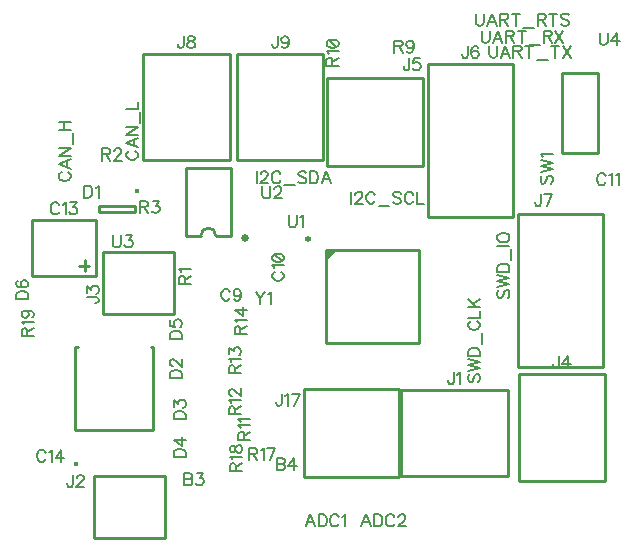
<source format=gbr>
G04 DipTrace 3.2.0.0*
G04 gimbalboard2_TopSilk.gbr*
%MOMM*%
G04 #@! TF.FileFunction,Legend,Top*
G04 #@! TF.Part,Single*
%ADD10C,0.25*%
%ADD25O,0.39127X0.39157*%
%ADD35O,0.52705X0.52578*%
%ADD38C,0.63525*%
%ADD40C,0.39142*%
%ADD94C,0.15*%
%FSLAX35Y35*%
G04*
G71*
G90*
G75*
G01*
G04 TopSilk*
%LPD*%
X-5263250Y240000D2*
D10*
X-5803250D1*
Y-235000D1*
X-5263250D1*
Y240000D1*
X-5318276Y-150023D2*
X-5408294D1*
X-5358290Y-100005D2*
Y-195005D1*
D25*
X-4910644Y488619D3*
X-4934014Y361262D2*
D10*
X-5234000D1*
Y311238D1*
X-4934014D1*
Y361262D1*
X-1777000Y-1929000D2*
X-2682000D1*
Y-1199000D1*
X-1777000D1*
Y-1929000D1*
X-5280015Y-1925750D2*
X-4680000D1*
Y-2455774D1*
X-5280015D1*
Y-1925750D1*
X-4599985Y-560250D2*
X-5200000D1*
Y-30226D1*
X-4599985D1*
Y-560250D1*
X-950500Y-1061500D2*
X-1680500D1*
Y-1966500D1*
X-950500D1*
Y-1061500D1*
X-2496750Y696000D2*
X-3306750D1*
Y1446000D1*
X-2496750D1*
Y696000D1*
X-1727500Y1563500D2*
X-2452500D1*
Y263500D1*
X-1727500D1*
Y1563500D1*
X-965500Y293500D2*
X-1690500D1*
Y-1006500D1*
X-965500D1*
Y293500D1*
X-4859750Y744000D2*
X-4129750D1*
Y1649000D1*
X-4859750D1*
Y744000D1*
X-4066000D2*
X-3336000D1*
Y1649000D1*
X-4066000D1*
Y744000D1*
X-2692500Y-1938750D2*
X-3502500D1*
Y-1188750D1*
X-2692500D1*
Y-1938750D1*
X-3312470Y-11780D2*
X-2522530D1*
Y-801720D1*
X-3312470D1*
Y-11780D1*
G36*
D2*
Y-103855D1*
X-3220395Y-11780D1*
X-3312470D1*
G37*
D35*
X-3470521Y80422D3*
X-4500685Y106983D2*
D10*
Y678498D1*
X-4119682D1*
Y106983D1*
X-4246659D1*
X-4500685D2*
X-4373708D1*
X-4246659D2*
G03X-4373708Y106983I-63525J-9D01*
G01*
D38*
X-4003438Y84486D3*
X-5436012Y-1534448D2*
D10*
X-4776013D1*
X-5436012Y-834451D2*
Y-1534448D1*
Y-834451D2*
X-5416035D1*
X-4776013D2*
Y-1534448D1*
Y-834451D2*
X-4795991D1*
D40*
X-5433642Y-1826411D3*
X-1314250Y803500D2*
D10*
X-1015250D1*
Y1484500D1*
X-1314250D1*
Y803500D1*
X-3406617Y-2355142D2*
D94*
X-3445588Y-2253054D1*
X-3484446Y-2355142D1*
X-3469846Y-2321112D2*
X-3421217D1*
X-3376617Y-2253054D2*
Y-2355142D1*
X-3342588D1*
X-3327988Y-2350200D1*
X-3318217Y-2340542D1*
X-3313388Y-2330771D1*
X-3308559Y-2316283D1*
Y-2291912D1*
X-3313388Y-2277312D1*
X-3318217Y-2267654D1*
X-3327988Y-2257883D1*
X-3342588Y-2253054D1*
X-3376617D1*
X-3205671Y-2277312D2*
X-3210500Y-2267654D1*
X-3220271Y-2257883D1*
X-3229929Y-2253054D1*
X-3249359D1*
X-3259129Y-2257883D1*
X-3268788Y-2267654D1*
X-3273729Y-2277312D1*
X-3278559Y-2291912D1*
Y-2316283D1*
X-3273729Y-2330771D1*
X-3268788Y-2340542D1*
X-3259129Y-2350200D1*
X-3249359Y-2355142D1*
X-3229929D1*
X-3220271Y-2350200D1*
X-3210500Y-2340542D1*
X-3205671Y-2330771D1*
X-3175671Y-2272595D2*
X-3165900Y-2267654D1*
X-3151300Y-2253166D1*
Y-2355142D1*
X-2936338D2*
X-2975308Y-2253054D1*
X-3014167Y-2355142D1*
X-2999567Y-2321112D2*
X-2950938D1*
X-2906338Y-2253054D2*
Y-2355142D1*
X-2872308D1*
X-2857708Y-2350200D1*
X-2847938Y-2340542D1*
X-2843108Y-2330771D1*
X-2838279Y-2316283D1*
Y-2291912D1*
X-2843108Y-2277312D1*
X-2847938Y-2267654D1*
X-2857708Y-2257883D1*
X-2872308Y-2253054D1*
X-2906338D1*
X-2735392Y-2277312D2*
X-2740221Y-2267654D1*
X-2749992Y-2257883D1*
X-2759650Y-2253054D1*
X-2779079D1*
X-2788850Y-2257883D1*
X-2798508Y-2267654D1*
X-2803450Y-2277312D1*
X-2808279Y-2291912D1*
Y-2316283D1*
X-2803450Y-2330771D1*
X-2798508Y-2340542D1*
X-2788850Y-2350200D1*
X-2779079Y-2355142D1*
X-2759650D1*
X-2749992Y-2350200D1*
X-2740221Y-2340542D1*
X-2735392Y-2330771D1*
X-2700450Y-2277425D2*
Y-2272595D1*
X-2695621Y-2262825D1*
X-2690792Y-2257995D1*
X-2681021Y-2253166D1*
X-2661592D1*
X-2651933Y-2257995D1*
X-2647104Y-2262825D1*
X-2642162Y-2272595D1*
Y-2282254D1*
X-2647104Y-2292025D1*
X-2656762Y-2306512D1*
X-2705392Y-2355142D1*
X-2637333D1*
X-4515935Y-1903804D2*
Y-2005892D1*
X-4472135D1*
X-4457535Y-2000950D1*
X-4452706Y-1996121D1*
X-4447877Y-1986462D1*
Y-1971862D1*
X-4452706Y-1962092D1*
X-4457535Y-1957262D1*
X-4472135Y-1952433D1*
X-4457535Y-1947492D1*
X-4452706Y-1942662D1*
X-4447877Y-1933004D1*
Y-1923233D1*
X-4452706Y-1913575D1*
X-4457535Y-1908633D1*
X-4472135Y-1903804D1*
X-4515935D1*
Y-1952433D2*
X-4472135D1*
X-4408106Y-1903916D2*
X-4354760D1*
X-4383847Y-1942775D1*
X-4369247D1*
X-4359589Y-1947604D1*
X-4354760Y-1952433D1*
X-4349818Y-1967033D1*
Y-1976692D1*
X-4354760Y-1991292D1*
X-4364418Y-2001062D1*
X-4379018Y-2005892D1*
X-4393618D1*
X-4408106Y-2001062D1*
X-4412935Y-1996121D1*
X-4417877Y-1986462D1*
X-3732973Y-1776804D2*
Y-1878892D1*
X-3689173D1*
X-3674573Y-1873950D1*
X-3669744Y-1869121D1*
X-3664915Y-1859462D1*
Y-1844862D1*
X-3669744Y-1835092D1*
X-3674573Y-1830262D1*
X-3689173Y-1825433D1*
X-3674573Y-1820492D1*
X-3669744Y-1815662D1*
X-3664915Y-1806004D1*
Y-1796233D1*
X-3669744Y-1786575D1*
X-3674573Y-1781633D1*
X-3689173Y-1776804D1*
X-3732973D1*
Y-1825433D2*
X-3689173D1*
X-3586285Y-1878892D2*
Y-1776916D1*
X-3634915Y-1844862D1*
X-3562027D1*
X-4126547Y-367939D2*
X-4131377Y-358281D1*
X-4141147Y-348510D1*
X-4150806Y-343681D1*
X-4170235D1*
X-4180006Y-348510D1*
X-4189664Y-358281D1*
X-4194606Y-367939D1*
X-4199435Y-382539D1*
Y-406910D1*
X-4194606Y-421397D1*
X-4189664Y-431168D1*
X-4180006Y-440827D1*
X-4170235Y-445768D1*
X-4150806D1*
X-4141147Y-440827D1*
X-4131377Y-431168D1*
X-4126547Y-421397D1*
X-4033318Y-377710D2*
X-4038260Y-392310D1*
X-4047918Y-402081D1*
X-4062518Y-406910D1*
X-4067347D1*
X-4081947Y-402081D1*
X-4091606Y-392310D1*
X-4096547Y-377710D1*
Y-372881D1*
X-4091606Y-358281D1*
X-4081947Y-348622D1*
X-4067347Y-343793D1*
X-4062518D1*
X-4047918Y-348622D1*
X-4038260Y-358281D1*
X-4033318Y-377710D1*
Y-402081D1*
X-4038260Y-426339D1*
X-4047918Y-440939D1*
X-4062518Y-445768D1*
X-4072177D1*
X-4086777Y-440939D1*
X-4091606Y-431168D1*
X-3746938Y-200021D2*
X-3756596Y-204850D1*
X-3766367Y-214620D1*
X-3771196Y-224279D1*
Y-243708D1*
X-3766367Y-253479D1*
X-3756596Y-263137D1*
X-3746938Y-268079D1*
X-3732338Y-272908D1*
X-3707967D1*
X-3693479Y-268079D1*
X-3683708Y-263137D1*
X-3674050Y-253479D1*
X-3669108Y-243708D1*
Y-224279D1*
X-3674050Y-214621D1*
X-3683708Y-204850D1*
X-3693479Y-200021D1*
X-3751654Y-170021D2*
X-3756596Y-160250D1*
X-3771084Y-145650D1*
X-3669108D1*
X-3771084Y-86450D2*
X-3766254Y-101050D1*
X-3751654Y-110821D1*
X-3727396Y-115650D1*
X-3712796D1*
X-3688538Y-110821D1*
X-3673938Y-101050D1*
X-3669108Y-86450D1*
Y-76792D1*
X-3673938Y-62192D1*
X-3688538Y-52533D1*
X-3712796Y-47591D1*
X-3727396D1*
X-3751654Y-52533D1*
X-3766254Y-62191D1*
X-3771084Y-76791D1*
Y-86450D1*
X-3751654Y-52533D2*
X-3688538Y-110821D1*
X-945054Y612311D2*
X-949883Y621969D1*
X-959654Y631740D1*
X-969312Y636569D1*
X-988741D1*
X-998512Y631740D1*
X-1008171Y621969D1*
X-1013112Y612311D1*
X-1017941Y597711D1*
Y573340D1*
X-1013112Y558853D1*
X-1008171Y549082D1*
X-998512Y539423D1*
X-988741Y534482D1*
X-969312D1*
X-959654Y539423D1*
X-949883Y549082D1*
X-945054Y558853D1*
X-915054Y617028D2*
X-905283Y621969D1*
X-890683Y636457D1*
Y534482D1*
X-860683Y617028D2*
X-850912Y621969D1*
X-836312Y636457D1*
Y534482D1*
X-5573021Y364188D2*
X-5577850Y373846D1*
X-5587621Y383617D1*
X-5597279Y388446D1*
X-5616708D1*
X-5626479Y383617D1*
X-5636138Y373846D1*
X-5641079Y364188D1*
X-5645908Y349588D1*
Y325217D1*
X-5641079Y310729D1*
X-5636138Y300958D1*
X-5626479Y291300D1*
X-5616708Y286358D1*
X-5597279D1*
X-5587621Y291300D1*
X-5577850Y300958D1*
X-5573021Y310729D1*
X-5543021Y368905D2*
X-5533250Y373846D1*
X-5518650Y388334D1*
Y286358D1*
X-5478879Y388334D2*
X-5425533D1*
X-5454621Y349475D1*
X-5440021D1*
X-5430362Y344646D1*
X-5425533Y339817D1*
X-5420592Y325217D1*
Y315558D1*
X-5425533Y300958D1*
X-5435192Y291188D1*
X-5449792Y286358D1*
X-5464392D1*
X-5478879Y291188D1*
X-5483708Y296129D1*
X-5488650Y305788D1*
X-5688062Y-1730812D2*
X-5692891Y-1721154D1*
X-5702662Y-1711383D1*
X-5712321Y-1706554D1*
X-5731750D1*
X-5741521Y-1711383D1*
X-5751179Y-1721154D1*
X-5756121Y-1730812D1*
X-5760950Y-1745412D1*
Y-1769783D1*
X-5756121Y-1784271D1*
X-5751179Y-1794042D1*
X-5741521Y-1803700D1*
X-5731750Y-1808642D1*
X-5712321D1*
X-5702662Y-1803700D1*
X-5692891Y-1794042D1*
X-5688062Y-1784271D1*
X-5658062Y-1726095D2*
X-5648291Y-1721154D1*
X-5633691Y-1706666D1*
Y-1808642D1*
X-5555062D2*
Y-1706666D1*
X-5603691Y-1774612D1*
X-5530804D1*
X-5553438Y644439D2*
X-5563096Y639610D1*
X-5572867Y629839D1*
X-5577696Y620181D1*
Y600752D1*
X-5572867Y590981D1*
X-5563096Y581322D1*
X-5553438Y576381D1*
X-5538838Y571552D1*
X-5514467D1*
X-5499979Y576381D1*
X-5490208Y581322D1*
X-5480550Y590981D1*
X-5475608Y600751D1*
Y620181D1*
X-5480550Y629839D1*
X-5490208Y639610D1*
X-5499979Y644439D1*
X-5475608Y752268D2*
X-5577696Y713298D1*
X-5475608Y674439D1*
X-5509638Y689039D2*
Y737668D1*
X-5577696Y850327D2*
X-5475608D1*
X-5577696Y782268D1*
X-5475608D1*
X-5458762Y880327D2*
Y972644D1*
X-5577696Y1002644D2*
X-5475608D1*
X-5577696Y1070702D2*
X-5475608D1*
X-5529067Y1002644D2*
Y1070702D1*
X-4981938Y823948D2*
X-4991596Y819119D1*
X-5001367Y809348D1*
X-5006196Y799690D1*
Y780260D1*
X-5001367Y770490D1*
X-4991596Y760831D1*
X-4981938Y755890D1*
X-4967338Y751060D1*
X-4942967D1*
X-4928479Y755890D1*
X-4918708Y760831D1*
X-4909050Y770490D1*
X-4904108Y780260D1*
Y799689D1*
X-4909050Y809348D1*
X-4918708Y819119D1*
X-4928479Y823948D1*
X-4904108Y931777D2*
X-5006196Y892806D1*
X-4904108Y853948D1*
X-4938138Y868548D2*
Y917177D1*
X-5006196Y1029835D2*
X-4904108D1*
X-5006196Y961777D1*
X-4904108D1*
X-4887262Y1059835D2*
Y1152152D1*
X-5006196Y1182152D2*
X-4904108D1*
Y1240440D1*
X-5361878Y530196D2*
Y428108D1*
X-5327849D1*
X-5313249Y433050D1*
X-5303478Y442708D1*
X-5298649Y452479D1*
X-5293819Y466967D1*
Y491338D1*
X-5298649Y505938D1*
X-5303478Y515596D1*
X-5313249Y525367D1*
X-5327849Y530196D1*
X-5361878D1*
X-5263819Y510655D2*
X-5254049Y515596D1*
X-5239449Y530084D1*
Y428108D1*
X-4636696Y-1099308D2*
X-4534608D1*
Y-1065279D1*
X-4539550Y-1050679D1*
X-4549208Y-1040908D1*
X-4558979Y-1036079D1*
X-4573467Y-1031250D1*
X-4597838D1*
X-4612438Y-1036079D1*
X-4622096Y-1040908D1*
X-4631867Y-1050679D1*
X-4636696Y-1065279D1*
Y-1099308D1*
X-4612325Y-996308D2*
X-4617154D1*
X-4626925Y-991479D1*
X-4631754Y-986650D1*
X-4636584Y-976879D1*
Y-957450D1*
X-4631754Y-947791D1*
X-4626925Y-942962D1*
X-4617154Y-938021D1*
X-4607496D1*
X-4597725Y-942962D1*
X-4583238Y-952621D1*
X-4534608Y-1001250D1*
Y-933192D1*
X-4604946Y-1448558D2*
X-4502858D1*
Y-1414529D1*
X-4507800Y-1399929D1*
X-4517458Y-1390158D1*
X-4527229Y-1385329D1*
X-4541717Y-1380500D1*
X-4566088D1*
X-4580688Y-1385329D1*
X-4590346Y-1390158D1*
X-4600117Y-1399929D1*
X-4604946Y-1414529D1*
Y-1448558D1*
X-4604834Y-1340729D2*
Y-1287383D1*
X-4565975Y-1316471D1*
Y-1301871D1*
X-4561146Y-1292212D1*
X-4556317Y-1287383D1*
X-4541717Y-1282441D1*
X-4532058D1*
X-4517458Y-1287383D1*
X-4507688Y-1297042D1*
X-4502858Y-1311642D1*
Y-1326242D1*
X-4507688Y-1340729D1*
X-4512629Y-1345558D1*
X-4522288Y-1350500D1*
X-4604946Y-1768473D2*
X-4502858D1*
Y-1734444D1*
X-4507800Y-1719844D1*
X-4517458Y-1710073D1*
X-4527229Y-1705244D1*
X-4541717Y-1700414D1*
X-4566088D1*
X-4580688Y-1705244D1*
X-4590346Y-1710073D1*
X-4600117Y-1719844D1*
X-4604946Y-1734444D1*
Y-1768473D1*
X-4502858Y-1621785D2*
X-4604834D1*
X-4536888Y-1670414D1*
Y-1597527D1*
X-4636696Y-765935D2*
X-4534608D1*
Y-731906D1*
X-4539550Y-717306D1*
X-4549208Y-707535D1*
X-4558979Y-702706D1*
X-4573467Y-697876D1*
X-4597838D1*
X-4612438Y-702706D1*
X-4622096Y-707535D1*
X-4631867Y-717306D1*
X-4636696Y-731906D1*
Y-765935D1*
X-4636584Y-609589D2*
Y-658106D1*
X-4592896Y-662935D1*
X-4597725Y-658106D1*
X-4602667Y-643506D1*
Y-629018D1*
X-4597725Y-614418D1*
X-4588067Y-604647D1*
X-4573467Y-599818D1*
X-4563808D1*
X-4549208Y-604647D1*
X-4539438Y-614418D1*
X-4534608Y-629018D1*
Y-643506D1*
X-4539438Y-658106D1*
X-4544379Y-662935D1*
X-4554038Y-667877D1*
X-5938446Y-429587D2*
X-5836358D1*
Y-395558D1*
X-5841300Y-380958D1*
X-5850958Y-371188D1*
X-5860729Y-366358D1*
X-5875217Y-361529D1*
X-5899588D1*
X-5914188Y-366358D1*
X-5923846Y-371187D1*
X-5933617Y-380958D1*
X-5938446Y-395558D1*
Y-429587D1*
X-5923846Y-273241D2*
X-5933504Y-278071D1*
X-5938334Y-292671D1*
Y-302329D1*
X-5933504Y-316929D1*
X-5918904Y-326700D1*
X-5894646Y-331529D1*
X-5870388D1*
X-5850958Y-326700D1*
X-5841188Y-316929D1*
X-5836358Y-302329D1*
Y-297500D1*
X-5841188Y-283012D1*
X-5850958Y-273242D1*
X-5865558Y-268412D1*
X-5870388D1*
X-5884988Y-273241D1*
X-5894646Y-283012D1*
X-5899475Y-297500D1*
Y-302329D1*
X-5894646Y-316929D1*
X-5884988Y-326700D1*
X-5870388Y-331529D1*
X-3100248Y477446D2*
Y375358D1*
X-3065307Y453075D2*
Y457905D1*
X-3060478Y467675D1*
X-3055648Y472505D1*
X-3045878Y477334D1*
X-3026448D1*
X-3016790Y472505D1*
X-3011961Y467675D1*
X-3007019Y457905D1*
Y448246D1*
X-3011961Y438475D1*
X-3021619Y423988D1*
X-3070248Y375358D1*
X-3002190D1*
X-2899302Y453188D2*
X-2904132Y462846D1*
X-2913902Y472617D1*
X-2923561Y477446D1*
X-2942990D1*
X-2952761Y472617D1*
X-2962419Y462846D1*
X-2967361Y453188D1*
X-2972190Y438588D1*
Y414217D1*
X-2967361Y399729D1*
X-2962419Y389958D1*
X-2952761Y380300D1*
X-2942990Y375358D1*
X-2923561D1*
X-2913902Y380300D1*
X-2904132Y389958D1*
X-2899302Y399729D1*
X-2869302Y358512D2*
X-2776985D1*
X-2678927Y462846D2*
X-2688585Y472617D1*
X-2703185Y477446D1*
X-2722615D1*
X-2737215Y472617D1*
X-2746985Y462846D1*
Y453188D1*
X-2742044Y443417D1*
X-2737215Y438588D1*
X-2727556Y433758D1*
X-2698356Y423988D1*
X-2688585Y419158D1*
X-2683756Y414217D1*
X-2678927Y404558D1*
Y389958D1*
X-2688585Y380300D1*
X-2703185Y375358D1*
X-2722615D1*
X-2737215Y380300D1*
X-2746985Y389958D1*
X-2576039Y453188D2*
X-2580868Y462846D1*
X-2590639Y472617D1*
X-2600298Y477446D1*
X-2619727D1*
X-2629498Y472617D1*
X-2639156Y462846D1*
X-2644098Y453188D1*
X-2648927Y438588D1*
Y414217D1*
X-2644098Y399729D1*
X-2639156Y389958D1*
X-2629498Y380300D1*
X-2619727Y375358D1*
X-2600298D1*
X-2590639Y380300D1*
X-2580868Y389958D1*
X-2576039Y399729D1*
X-2546039Y477446D2*
Y375358D1*
X-2487752D1*
X-3901355Y652069D2*
Y549982D1*
X-3866413Y627699D2*
Y632528D1*
X-3861584Y642299D1*
X-3856755Y647128D1*
X-3846984Y651957D1*
X-3827555D1*
X-3817896Y647128D1*
X-3813067Y642299D1*
X-3808125Y632528D1*
Y622869D1*
X-3813067Y613099D1*
X-3822725Y598611D1*
X-3871355Y549982D1*
X-3803296D1*
X-3700408Y627811D2*
X-3705238Y637469D1*
X-3715008Y647240D1*
X-3724667Y652069D1*
X-3744096D1*
X-3753867Y647240D1*
X-3763525Y637469D1*
X-3768467Y627811D1*
X-3773296Y613211D1*
Y588840D1*
X-3768467Y574353D1*
X-3763525Y564582D1*
X-3753867Y554923D1*
X-3744096Y549982D1*
X-3724667D1*
X-3715008Y554923D1*
X-3705238Y564582D1*
X-3700408Y574353D1*
X-3670408Y533136D2*
X-3578092D1*
X-3480033Y637469D2*
X-3489692Y647240D1*
X-3504292Y652069D1*
X-3523721D1*
X-3538321Y647240D1*
X-3548092Y637469D1*
Y627811D1*
X-3543150Y618040D1*
X-3538321Y613211D1*
X-3528662Y608382D1*
X-3499462Y598611D1*
X-3489692Y593782D1*
X-3484862Y588840D1*
X-3480033Y579182D1*
Y564582D1*
X-3489692Y554923D1*
X-3504292Y549982D1*
X-3523721D1*
X-3538321Y554923D1*
X-3548092Y564582D1*
X-3450033Y652069D2*
Y549982D1*
X-3416004D1*
X-3401404Y554923D1*
X-3391633Y564582D1*
X-3386804Y574353D1*
X-3381975Y588840D1*
Y613211D1*
X-3386804Y627811D1*
X-3391633Y637469D1*
X-3401404Y647240D1*
X-3416004Y652069D1*
X-3450033D1*
X-3274145Y549982D2*
X-3313116Y652069D1*
X-3351975Y549982D1*
X-3337375Y584011D2*
X-3288745D1*
X-2232371Y-1050554D2*
Y-1128271D1*
X-2237200Y-1142871D1*
X-2242142Y-1147700D1*
X-2251800Y-1152642D1*
X-2261571D1*
X-2271229Y-1147700D1*
X-2276058Y-1142871D1*
X-2281000Y-1128271D1*
Y-1118612D1*
X-2202371Y-1070095D2*
X-2192600Y-1065154D1*
X-2178000Y-1050666D1*
Y-1152642D1*
X-5458341Y-1920177D2*
Y-1997894D1*
X-5463171Y-2012494D1*
X-5468112Y-2017323D1*
X-5477771Y-2022265D1*
X-5487541D1*
X-5497200Y-2017323D1*
X-5502029Y-2012494D1*
X-5506971Y-1997894D1*
Y-1988236D1*
X-5423400Y-1944548D2*
Y-1939719D1*
X-5418571Y-1929948D1*
X-5413741Y-1925119D1*
X-5403971Y-1920289D1*
X-5384541D1*
X-5374883Y-1925119D1*
X-5370054Y-1929948D1*
X-5365112Y-1939719D1*
Y-1949377D1*
X-5370054Y-1959148D1*
X-5379712Y-1973636D1*
X-5428341Y-2022265D1*
X-5360283D1*
X-5340946Y-415091D2*
X-5263229D1*
X-5248629Y-419920D1*
X-5243800Y-424862D1*
X-5238858Y-434520D1*
Y-444291D1*
X-5243800Y-453949D1*
X-5248629Y-458779D1*
X-5263229Y-463720D1*
X-5272888D1*
X-5340834Y-375320D2*
Y-321974D1*
X-5301975Y-351062D1*
Y-336462D1*
X-5297146Y-326803D1*
X-5292317Y-321974D1*
X-5277717Y-317033D1*
X-5268058D1*
X-5253458Y-321974D1*
X-5243688Y-331633D1*
X-5238858Y-346233D1*
Y-360833D1*
X-5243688Y-375320D1*
X-5248629Y-380150D1*
X-5258288Y-385091D1*
X-1342629Y-913054D2*
Y-990771D1*
X-1347458Y-1005371D1*
X-1352400Y-1010200D1*
X-1362058Y-1015142D1*
X-1371829D1*
X-1381488Y-1010200D1*
X-1386317Y-1005371D1*
X-1391258Y-990771D1*
Y-981112D1*
X-1264000Y-1015142D2*
Y-913166D1*
X-1312629Y-981112D1*
X-1239742D1*
X-2608965Y1610319D2*
Y1532603D1*
X-2613794Y1518003D1*
X-2618735Y1513173D1*
X-2628394Y1508232D1*
X-2638165D1*
X-2647823Y1513173D1*
X-2652652Y1518003D1*
X-2657594Y1532603D1*
Y1542261D1*
X-2520677Y1610207D2*
X-2569194D1*
X-2574023Y1566519D1*
X-2569194Y1571349D1*
X-2554594Y1576290D1*
X-2540106D1*
X-2525506Y1571349D1*
X-2515735Y1561690D1*
X-2510906Y1547090D1*
Y1537432D1*
X-2515735Y1522832D1*
X-2525506Y1513061D1*
X-2540106Y1508232D1*
X-2554594D1*
X-2569194Y1513061D1*
X-2574023Y1518003D1*
X-2578965Y1527661D1*
X-2112244Y1711946D2*
Y1634229D1*
X-2117073Y1619629D1*
X-2122015Y1614800D1*
X-2131673Y1609858D1*
X-2141444D1*
X-2151102Y1614800D1*
X-2155932Y1619629D1*
X-2160873Y1634229D1*
Y1643888D1*
X-2023956Y1697346D2*
X-2028785Y1707005D1*
X-2043385Y1711834D1*
X-2053044D1*
X-2067644Y1707005D1*
X-2077415Y1692405D1*
X-2082244Y1668146D1*
Y1643888D1*
X-2077415Y1624458D1*
X-2067644Y1614688D1*
X-2053044Y1609858D1*
X-2048215D1*
X-2033727Y1614688D1*
X-2023956Y1624458D1*
X-2019127Y1639058D1*
Y1643888D1*
X-2023956Y1658488D1*
X-2033727Y1668146D1*
X-2048215Y1672975D1*
X-2053044D1*
X-2067644Y1668146D1*
X-2077415Y1658488D1*
X-2082244Y1643888D1*
X-1495588Y457823D2*
Y380106D1*
X-1500417Y365506D1*
X-1505359Y360677D1*
X-1515017Y355735D1*
X-1524788D1*
X-1534446Y360677D1*
X-1539276Y365506D1*
X-1544217Y380106D1*
Y389764D1*
X-1446159Y355735D2*
X-1397529Y457711D1*
X-1465588D1*
X-4519408Y1797446D2*
Y1719729D1*
X-4524238Y1705129D1*
X-4529179Y1700300D1*
X-4538838Y1695358D1*
X-4548608D1*
X-4558267Y1700300D1*
X-4563096Y1705129D1*
X-4568038Y1719729D1*
Y1729388D1*
X-4465150Y1797334D2*
X-4479638Y1792505D1*
X-4484579Y1782846D1*
Y1773075D1*
X-4479638Y1763417D1*
X-4469979Y1758475D1*
X-4450550Y1753646D1*
X-4435950Y1748817D1*
X-4426292Y1739046D1*
X-4421462Y1729388D1*
Y1714788D1*
X-4426292Y1705129D1*
X-4431121Y1700188D1*
X-4445721Y1695358D1*
X-4465150D1*
X-4479638Y1700188D1*
X-4484579Y1705129D1*
X-4489408Y1714788D1*
Y1729388D1*
X-4484579Y1739046D1*
X-4474808Y1748817D1*
X-4460321Y1753646D1*
X-4440892Y1758475D1*
X-4431121Y1763417D1*
X-4426292Y1773075D1*
Y1782846D1*
X-4431121Y1792505D1*
X-4445721Y1797334D1*
X-4465150D1*
X-3723300Y1797446D2*
Y1719729D1*
X-3728129Y1705129D1*
X-3733071Y1700300D1*
X-3742729Y1695358D1*
X-3752500D1*
X-3762158Y1700300D1*
X-3766988Y1705129D1*
X-3771929Y1719729D1*
Y1729388D1*
X-3630071Y1763417D2*
X-3635012Y1748817D1*
X-3644671Y1739046D1*
X-3659271Y1734217D1*
X-3664100D1*
X-3678700Y1739046D1*
X-3688358Y1748817D1*
X-3693300Y1763417D1*
Y1768246D1*
X-3688358Y1782846D1*
X-3678700Y1792505D1*
X-3664100Y1797334D1*
X-3659271D1*
X-3644671Y1792505D1*
X-3635012Y1782846D1*
X-3630071Y1763417D1*
Y1739046D1*
X-3635012Y1714788D1*
X-3644671Y1700188D1*
X-3659271Y1695358D1*
X-3668929D1*
X-3683529Y1700188D1*
X-3688358Y1709958D1*
X-3689150Y-1230804D2*
Y-1308521D1*
X-3693979Y-1323121D1*
X-3698921Y-1327950D1*
X-3708579Y-1332892D1*
X-3718350D1*
X-3728008Y-1327950D1*
X-3732838Y-1323121D1*
X-3737779Y-1308521D1*
Y-1298862D1*
X-3659150Y-1250345D2*
X-3649379Y-1245404D1*
X-3634779Y-1230916D1*
Y-1332892D1*
X-3585350D2*
X-3536721Y-1230916D1*
X-3604779D1*
X-4509817Y-299338D2*
Y-255650D1*
X-4514758Y-241050D1*
X-4519588Y-236108D1*
X-4529246Y-231279D1*
X-4539017D1*
X-4548675Y-236108D1*
X-4553617Y-241050D1*
X-4558446Y-255650D1*
Y-299338D1*
X-4456358D1*
X-4509817Y-265308D2*
X-4456358Y-231279D1*
X-4538904Y-201279D2*
X-4543846Y-191509D1*
X-4558334Y-176909D1*
X-4456358D1*
X-5209308Y796567D2*
X-5165621D1*
X-5151021Y801508D1*
X-5146079Y806338D1*
X-5141250Y815996D1*
Y825767D1*
X-5146079Y835425D1*
X-5151021Y840367D1*
X-5165621Y845196D1*
X-5209308D1*
Y743108D1*
X-5175279Y796567D2*
X-5141250Y743108D1*
X-5106308Y820825D2*
Y825655D1*
X-5101479Y835425D1*
X-5096650Y840255D1*
X-5086879Y845084D1*
X-5067450D1*
X-5057792Y840255D1*
X-5052962Y835425D1*
X-5048021Y825655D1*
Y815996D1*
X-5052962Y806225D1*
X-5062621Y791738D1*
X-5111250Y743108D1*
X-5043192D1*
X-4887182Y352067D2*
X-4843494D1*
X-4828894Y357008D1*
X-4823953Y361838D1*
X-4819123Y371496D1*
Y381267D1*
X-4823953Y390925D1*
X-4828894Y395867D1*
X-4843494Y400696D1*
X-4887182D1*
Y298608D1*
X-4853153Y352067D2*
X-4819123Y298608D1*
X-4779353Y400584D2*
X-4726006D1*
X-4755094Y361725D1*
X-4740494D1*
X-4730836Y356896D1*
X-4726006Y352067D1*
X-4721065Y337467D1*
Y327808D1*
X-4726006Y313208D1*
X-4735665Y303438D1*
X-4750265Y298608D1*
X-4764865D1*
X-4779353Y303438D1*
X-4784182Y308379D1*
X-4789123Y318038D1*
X-2734144Y1708817D2*
X-2690456D1*
X-2675856Y1713758D1*
X-2670915Y1718588D1*
X-2666085Y1728246D1*
Y1738017D1*
X-2670915Y1747675D1*
X-2675856Y1752617D1*
X-2690456Y1757446D1*
X-2734144D1*
Y1655358D1*
X-2700115Y1708817D2*
X-2666085Y1655358D1*
X-2572856Y1723417D2*
X-2577798Y1708817D1*
X-2587456Y1699046D1*
X-2602056Y1694217D1*
X-2606885D1*
X-2621485Y1699046D1*
X-2631144Y1708817D1*
X-2636085Y1723417D1*
Y1728246D1*
X-2631144Y1742846D1*
X-2621485Y1752505D1*
X-2606885Y1757334D1*
X-2602056D1*
X-2587456Y1752505D1*
X-2577798Y1742846D1*
X-2572856Y1723417D1*
Y1699046D1*
X-2577798Y1674788D1*
X-2587456Y1660188D1*
X-2602056Y1655358D1*
X-2611715D1*
X-2626315Y1660188D1*
X-2631144Y1669958D1*
X-3261317Y1546383D2*
Y1590071D1*
X-3266258Y1604671D1*
X-3271088Y1609612D1*
X-3280746Y1614442D1*
X-3290517D1*
X-3300175Y1609612D1*
X-3305117Y1604671D1*
X-3309946Y1590071D1*
Y1546383D1*
X-3207858D1*
X-3261317Y1580412D2*
X-3207858Y1614441D1*
X-3290404Y1644441D2*
X-3295346Y1654212D1*
X-3309834Y1668812D1*
X-3207858D1*
X-3309834Y1728012D2*
X-3305004Y1713412D1*
X-3290404Y1703641D1*
X-3266146Y1698812D1*
X-3251546D1*
X-3227288Y1703641D1*
X-3212688Y1713412D1*
X-3207858Y1728012D1*
Y1737671D1*
X-3212688Y1752271D1*
X-3227288Y1761929D1*
X-3251546Y1766871D1*
X-3266146D1*
X-3290404Y1761929D1*
X-3305004Y1752271D1*
X-3309834Y1737671D1*
Y1728012D1*
X-3290404Y1761929D2*
X-3227288Y1703641D1*
X-4007440Y-1622650D2*
Y-1578962D1*
X-4012382Y-1564362D1*
X-4017211Y-1559421D1*
X-4026869Y-1554591D1*
X-4036640D1*
X-4046299Y-1559420D1*
X-4051240Y-1564362D1*
X-4056069Y-1578962D1*
Y-1622650D1*
X-3953982D1*
X-4007440Y-1588620D2*
X-3953982Y-1554591D1*
X-4036528Y-1524591D2*
X-4041469Y-1514821D1*
X-4055957Y-1500221D1*
X-3953982D1*
X-4036528Y-1470221D2*
X-4041469Y-1460450D1*
X-4055957Y-1445850D1*
X-3953982D1*
X-4086817Y-1406367D2*
Y-1362679D1*
X-4091758Y-1348079D1*
X-4096588Y-1343138D1*
X-4106246Y-1338308D1*
X-4116017D1*
X-4125675Y-1343138D1*
X-4130617Y-1348079D1*
X-4135446Y-1362679D1*
Y-1406367D1*
X-4033358D1*
X-4086817Y-1372338D2*
X-4033358Y-1338309D1*
X-4115904Y-1308309D2*
X-4120846Y-1298538D1*
X-4135334Y-1283938D1*
X-4033358D1*
X-4111075Y-1248996D2*
X-4115904D1*
X-4125675Y-1244167D1*
X-4130504Y-1239338D1*
X-4135334Y-1229567D1*
Y-1210138D1*
X-4130504Y-1200479D1*
X-4125675Y-1195650D1*
X-4115904Y-1190709D1*
X-4106246D1*
X-4096475Y-1195650D1*
X-4081988Y-1205309D1*
X-4033358Y-1253938D1*
Y-1185879D1*
X-4086817Y-1057117D2*
Y-1013429D1*
X-4091758Y-998829D1*
X-4096588Y-993888D1*
X-4106246Y-989058D1*
X-4116017D1*
X-4125675Y-993888D1*
X-4130617Y-998829D1*
X-4135446Y-1013429D1*
Y-1057117D1*
X-4033358D1*
X-4086817Y-1023088D2*
X-4033358Y-989059D1*
X-4115904Y-959059D2*
X-4120846Y-949288D1*
X-4135334Y-934688D1*
X-4033358D1*
X-4135334Y-894917D2*
Y-841571D1*
X-4096475Y-870659D1*
Y-856059D1*
X-4091646Y-846400D1*
X-4086817Y-841571D1*
X-4072217Y-836629D1*
X-4062558D1*
X-4047958Y-841571D1*
X-4038188Y-851229D1*
X-4033358Y-865829D1*
Y-880429D1*
X-4038188Y-894917D1*
X-4043129Y-899746D1*
X-4052788Y-904688D1*
X-4039194Y-726158D2*
X-4039193Y-682470D1*
X-4044135Y-667871D1*
X-4048964Y-662929D1*
X-4058623Y-658100D1*
X-4068393D1*
X-4078052Y-662929D1*
X-4082993Y-667870D1*
X-4087823Y-682470D1*
Y-726158D1*
X-3985735D1*
X-4039193Y-692129D2*
X-3985735Y-658100D1*
X-4068281Y-628100D2*
X-4073223Y-618329D1*
X-4087710Y-603729D1*
X-3985735D1*
Y-525100D2*
X-4087710D1*
X-4019764Y-573729D1*
Y-500842D1*
X-3962244Y-1739306D2*
X-3918556D1*
X-3903956Y-1734365D1*
X-3899015Y-1729536D1*
X-3894185Y-1719877D1*
Y-1710106D1*
X-3899015Y-1700448D1*
X-3903956Y-1695506D1*
X-3918556Y-1690677D1*
X-3962244D1*
Y-1792765D1*
X-3928215Y-1739306D2*
X-3894185Y-1792765D1*
X-3864185Y-1710219D2*
X-3854415Y-1705277D1*
X-3839815Y-1690789D1*
Y-1792765D1*
X-3790385D2*
X-3741756Y-1690789D1*
X-3809815D1*
X-4078817Y-1885811D2*
Y-1842123D1*
X-4083758Y-1827523D1*
X-4088588Y-1822582D1*
X-4098246Y-1817752D1*
X-4108017D1*
X-4117675Y-1822582D1*
X-4122617Y-1827523D1*
X-4127446Y-1842123D1*
Y-1885811D1*
X-4025358D1*
X-4078817Y-1851782D2*
X-4025358Y-1817752D1*
X-4107904Y-1787752D2*
X-4112846Y-1777982D1*
X-4127334Y-1763382D1*
X-4025358D1*
X-4127334Y-1709123D2*
X-4122504Y-1723611D1*
X-4112846Y-1728552D1*
X-4103075D1*
X-4093417Y-1723611D1*
X-4088475Y-1713952D1*
X-4083646Y-1694523D1*
X-4078817Y-1679923D1*
X-4069046Y-1670265D1*
X-4059388Y-1665436D1*
X-4044788D1*
X-4035129Y-1670265D1*
X-4030188Y-1675094D1*
X-4025358Y-1689694D1*
Y-1709123D1*
X-4030188Y-1723611D1*
X-4035129Y-1728553D1*
X-4044788Y-1733382D1*
X-4059388D1*
X-4069046Y-1728552D1*
X-4078817Y-1718782D1*
X-4083646Y-1704294D1*
X-4088475Y-1684865D1*
X-4093417Y-1675094D1*
X-4103075Y-1670265D1*
X-4112846D1*
X-4122504Y-1675094D1*
X-4127334Y-1689694D1*
Y-1709123D1*
X-5843317Y-742829D2*
Y-699141D1*
X-5848258Y-684541D1*
X-5853088Y-679600D1*
X-5862746Y-674771D1*
X-5872517D1*
X-5882175Y-679600D1*
X-5887117Y-684541D1*
X-5891946Y-699141D1*
Y-742829D1*
X-5789858D1*
X-5843317Y-708800D2*
X-5789858Y-674771D1*
X-5872404Y-644771D2*
X-5877346Y-635000D1*
X-5891834Y-620400D1*
X-5789858D1*
X-5857917Y-527171D2*
X-5843317Y-532112D1*
X-5833546Y-541771D1*
X-5828717Y-556371D1*
Y-561200D1*
X-5833546Y-575800D1*
X-5843317Y-585458D1*
X-5857917Y-590400D1*
X-5862746D1*
X-5877346Y-585458D1*
X-5887004Y-575800D1*
X-5891834Y-561200D1*
Y-556371D1*
X-5887004Y-541771D1*
X-5877346Y-532112D1*
X-5857917Y-527171D1*
X-5833546D1*
X-5809288Y-532112D1*
X-5794688Y-541771D1*
X-5789858Y-556371D1*
Y-566029D1*
X-5794688Y-580629D1*
X-5804458Y-585458D1*
X-1483346Y616215D2*
X-1493117Y606556D1*
X-1497946Y591956D1*
Y572527D1*
X-1493117Y557927D1*
X-1483346Y548156D1*
X-1473688D1*
X-1463917Y553098D1*
X-1459088Y557927D1*
X-1454258Y567586D1*
X-1444488Y596786D1*
X-1439658Y606556D1*
X-1434717Y611386D1*
X-1425058Y616215D1*
X-1410458D1*
X-1400800Y606556D1*
X-1395858Y591956D1*
Y572527D1*
X-1400800Y557927D1*
X-1410458Y548156D1*
X-1497946Y646215D2*
X-1395858Y670585D1*
X-1497946Y694844D1*
X-1395858Y719102D1*
X-1497946Y743473D1*
X-1478404Y773473D2*
X-1483346Y783244D1*
X-1497834Y797844D1*
X-1395858D1*
X-2097346Y-1066654D2*
X-2107117Y-1076313D1*
X-2111946Y-1090913D1*
Y-1110342D1*
X-2107117Y-1124942D1*
X-2097346Y-1134713D1*
X-2087688D1*
X-2077917Y-1129771D1*
X-2073088Y-1124942D1*
X-2068258Y-1115284D1*
X-2058488Y-1086084D1*
X-2053658Y-1076313D1*
X-2048717Y-1071484D1*
X-2039058Y-1066654D1*
X-2024458D1*
X-2014800Y-1076313D1*
X-2009858Y-1090913D1*
Y-1110342D1*
X-2014800Y-1124942D1*
X-2024458Y-1134713D1*
X-2111946Y-1036654D2*
X-2009858Y-1012284D1*
X-2111946Y-988025D1*
X-2009858Y-963767D1*
X-2111946Y-939396D1*
Y-909396D2*
X-2009858D1*
Y-875367D1*
X-2014800Y-860767D1*
X-2024458Y-850996D1*
X-2034229Y-846167D1*
X-2048717Y-841338D1*
X-2073088D1*
X-2087688Y-846167D1*
X-2097346Y-850996D1*
X-2107117Y-860767D1*
X-2111946Y-875367D1*
Y-909396D1*
X-1993012Y-811338D2*
Y-719021D1*
X-2087688Y-616133D2*
X-2097346Y-620962D1*
X-2107117Y-630733D1*
X-2111946Y-640392D1*
Y-659821D1*
X-2107117Y-669592D1*
X-2097346Y-679250D1*
X-2087688Y-684192D1*
X-2073088Y-689021D1*
X-2048717D1*
X-2034229Y-684192D1*
X-2024458Y-679250D1*
X-2014800Y-669592D1*
X-2009858Y-659821D1*
Y-640392D1*
X-2014800Y-630733D1*
X-2024458Y-620962D1*
X-2034229Y-616133D1*
X-2111946Y-586133D2*
X-2009858D1*
Y-527845D1*
X-2111946Y-497845D2*
X-2009858D1*
X-2111946Y-429787D2*
X-2043888Y-497845D1*
X-2068258Y-473587D2*
X-2009858Y-429787D1*
X-1848346Y-355896D2*
X-1858117Y-365554D1*
X-1862946Y-380154D1*
Y-399584D1*
X-1858117Y-414184D1*
X-1848346Y-423954D1*
X-1838688D1*
X-1828917Y-419013D1*
X-1824088Y-414184D1*
X-1819258Y-404525D1*
X-1809488Y-375325D1*
X-1804658Y-365554D1*
X-1799717Y-360725D1*
X-1790058Y-355896D1*
X-1775458D1*
X-1765800Y-365554D1*
X-1760858Y-380154D1*
Y-399584D1*
X-1765800Y-414184D1*
X-1775458Y-423954D1*
X-1862946Y-325896D2*
X-1760858Y-301525D1*
X-1862946Y-277267D1*
X-1760858Y-253008D1*
X-1862946Y-228638D1*
Y-198638D2*
X-1760858D1*
Y-164608D1*
X-1765800Y-150008D1*
X-1775458Y-140238D1*
X-1785229Y-135408D1*
X-1799717Y-130579D1*
X-1824088D1*
X-1838688Y-135408D1*
X-1848346Y-140238D1*
X-1858117Y-150008D1*
X-1862946Y-164608D1*
Y-198638D1*
X-1744012Y-100579D2*
Y-8262D1*
X-1862946Y21738D2*
X-1760858D1*
X-1862946Y80938D2*
X-1858117Y71167D1*
X-1848346Y61508D1*
X-1838688Y56567D1*
X-1824088Y51738D1*
X-1799717D1*
X-1785229Y56567D1*
X-1775458Y61508D1*
X-1765800Y71167D1*
X-1760858Y80938D1*
Y100367D1*
X-1765800Y110025D1*
X-1775458Y119796D1*
X-1785229Y124625D1*
X-1799717Y129455D1*
X-1824088D1*
X-1838688Y124625D1*
X-1848346Y119796D1*
X-1858117Y110025D1*
X-1862946Y100367D1*
Y80938D1*
X-3629591Y281446D2*
Y208558D1*
X-3624762Y193958D1*
X-3614991Y184300D1*
X-3600391Y179358D1*
X-3590733D1*
X-3576133Y184300D1*
X-3566362Y193958D1*
X-3561533Y208558D1*
Y281446D1*
X-3531533Y261905D2*
X-3521762Y266846D1*
X-3507162Y281334D1*
Y179358D1*
X-3853492Y525321D2*
Y452433D1*
X-3848663Y437833D1*
X-3838892Y428175D1*
X-3824292Y423233D1*
X-3814633D1*
X-3800033Y428175D1*
X-3790263Y437833D1*
X-3785433Y452433D1*
Y525321D1*
X-3750492Y500950D2*
Y505780D1*
X-3745663Y515550D1*
X-3740833Y520380D1*
X-3731063Y525209D1*
X-3711633D1*
X-3701975Y520380D1*
X-3697146Y515550D1*
X-3692204Y505780D1*
Y496121D1*
X-3697146Y486350D1*
X-3706804Y471863D1*
X-3755433Y423233D1*
X-3687375D1*
X-5118298Y109946D2*
Y37058D1*
X-5113469Y22458D1*
X-5103698Y12800D1*
X-5089098Y7858D1*
X-5079440D1*
X-5064840Y12800D1*
X-5055069Y22458D1*
X-5050240Y37058D1*
Y109946D1*
X-5010469Y109834D2*
X-4957123D1*
X-4986211Y70975D1*
X-4971611D1*
X-4961952Y66146D1*
X-4957123Y61317D1*
X-4952182Y46717D1*
Y37058D1*
X-4957123Y22458D1*
X-4966782Y12688D1*
X-4981382Y7858D1*
X-4995982D1*
X-5010469Y12688D1*
X-5015298Y17629D1*
X-5020240Y27288D1*
X-996223Y1823446D2*
Y1750558D1*
X-991394Y1735958D1*
X-981623Y1726300D1*
X-967023Y1721358D1*
X-957365D1*
X-942765Y1726300D1*
X-932994Y1735958D1*
X-928165Y1750558D1*
Y1823446D1*
X-849535Y1721358D2*
Y1823334D1*
X-898165Y1755388D1*
X-825277D1*
X-2045248Y1985573D2*
Y1912685D1*
X-2040419Y1898085D1*
X-2030648Y1888427D1*
X-2016048Y1883485D1*
X-2006390D1*
X-1991790Y1888427D1*
X-1982019Y1898085D1*
X-1977190Y1912685D1*
Y1985573D1*
X-1869361Y1883485D2*
X-1908332Y1985573D1*
X-1947190Y1883485D1*
X-1932590Y1917514D2*
X-1883961D1*
X-1839361Y1936944D2*
X-1795673D1*
X-1781073Y1941885D1*
X-1776132Y1946714D1*
X-1771302Y1956373D1*
Y1966144D1*
X-1776132Y1975802D1*
X-1781073Y1980744D1*
X-1795673Y1985573D1*
X-1839361D1*
Y1883485D1*
X-1805332Y1936944D2*
X-1771302Y1883485D1*
X-1707273Y1985573D2*
Y1883485D1*
X-1741302Y1985573D2*
X-1673244D1*
X-1643244Y1866639D2*
X-1550927D1*
X-1520927Y1936944D2*
X-1477239D1*
X-1462639Y1941885D1*
X-1457698Y1946714D1*
X-1452868Y1956373D1*
Y1966144D1*
X-1457698Y1975802D1*
X-1462639Y1980744D1*
X-1477239Y1985573D1*
X-1520927D1*
Y1883485D1*
X-1486898Y1936944D2*
X-1452868Y1883485D1*
X-1388839Y1985573D2*
Y1883485D1*
X-1422868Y1985573D2*
X-1354810D1*
X-1256752Y1970973D2*
X-1266410Y1980744D1*
X-1281010Y1985573D1*
X-1300439D1*
X-1315039Y1980744D1*
X-1324810Y1970973D1*
Y1961314D1*
X-1319868Y1951544D1*
X-1315039Y1946714D1*
X-1305381Y1941885D1*
X-1276181Y1932114D1*
X-1266410Y1927285D1*
X-1261581Y1922344D1*
X-1256752Y1912685D1*
Y1898085D1*
X-1266410Y1888427D1*
X-1281010Y1883485D1*
X-1300439D1*
X-1315039Y1888427D1*
X-1324810Y1898085D1*
X-1996219Y1842696D2*
Y1769808D1*
X-1991390Y1755208D1*
X-1981619Y1745550D1*
X-1967019Y1740608D1*
X-1957361D1*
X-1942761Y1745550D1*
X-1932990Y1755208D1*
X-1928161Y1769808D1*
Y1842696D1*
X-1820332Y1740608D2*
X-1859302Y1842696D1*
X-1898161Y1740608D1*
X-1883561Y1774638D2*
X-1834932D1*
X-1790332Y1794067D2*
X-1746644D1*
X-1732044Y1799008D1*
X-1727102Y1803838D1*
X-1722273Y1813496D1*
Y1823267D1*
X-1727102Y1832925D1*
X-1732044Y1837867D1*
X-1746644Y1842696D1*
X-1790332D1*
Y1740608D1*
X-1756302Y1794067D2*
X-1722273Y1740608D1*
X-1658244Y1842696D2*
Y1740608D1*
X-1692273Y1842696D2*
X-1624215D1*
X-1594215Y1723762D2*
X-1501898D1*
X-1471898Y1794067D2*
X-1428210D1*
X-1413610Y1799008D1*
X-1408668Y1803838D1*
X-1403839Y1813496D1*
Y1823267D1*
X-1408668Y1832925D1*
X-1413610Y1837867D1*
X-1428210Y1842696D1*
X-1471898D1*
Y1740608D1*
X-1437868Y1794067D2*
X-1403839Y1740608D1*
X-1373839Y1842696D2*
X-1305781Y1740608D1*
Y1842696D2*
X-1373839Y1740608D1*
X-1932719Y1715696D2*
Y1642808D1*
X-1927890Y1628208D1*
X-1918119Y1618550D1*
X-1903519Y1613608D1*
X-1893861D1*
X-1879261Y1618550D1*
X-1869490Y1628208D1*
X-1864661Y1642808D1*
Y1715696D1*
X-1756832Y1613608D2*
X-1795802Y1715696D1*
X-1834661Y1613608D1*
X-1820061Y1647638D2*
X-1771432D1*
X-1726832Y1667067D2*
X-1683144D1*
X-1668544Y1672008D1*
X-1663602Y1676838D1*
X-1658773Y1686496D1*
Y1696267D1*
X-1663602Y1705925D1*
X-1668544Y1710867D1*
X-1683144Y1715696D1*
X-1726832D1*
Y1613608D1*
X-1692802Y1667067D2*
X-1658773Y1613608D1*
X-1594744Y1715696D2*
Y1613608D1*
X-1628773Y1715696D2*
X-1560715D1*
X-1530715Y1596762D2*
X-1438398D1*
X-1374368Y1715696D2*
Y1613608D1*
X-1408398Y1715696D2*
X-1340339D1*
X-1310339D2*
X-1242281Y1613608D1*
Y1715696D2*
X-1310339Y1613608D1*
X-3910167Y-369804D2*
X-3871309Y-418433D1*
Y-471892D1*
X-3832450Y-369804D2*
X-3871309Y-418433D1*
X-3802450Y-389345D2*
X-3792679Y-384404D1*
X-3778079Y-369916D1*
Y-471892D1*
M02*

</source>
